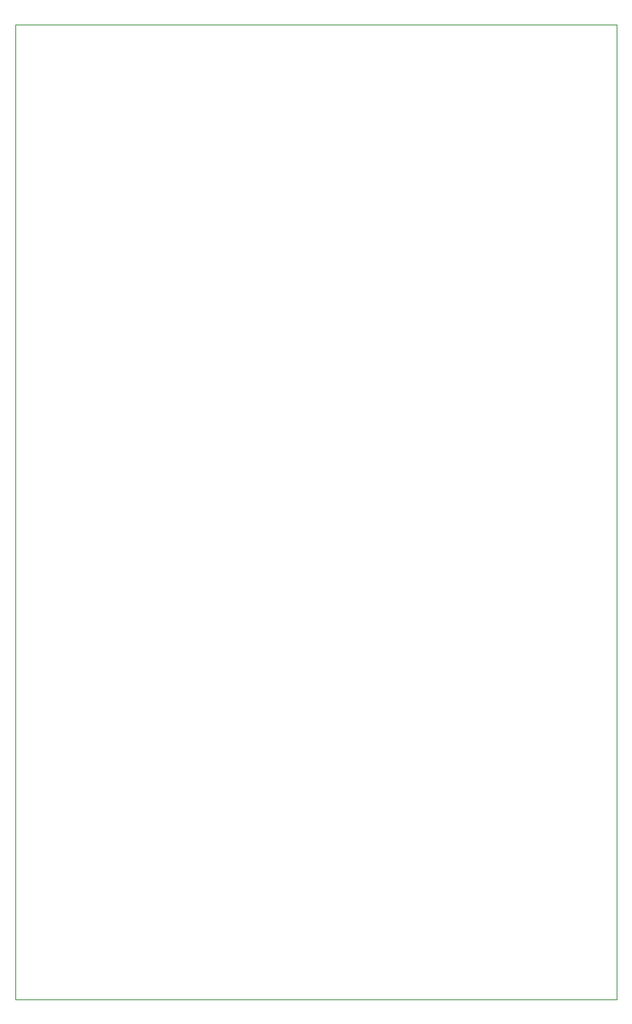
<source format=gbr>
%TF.GenerationSoftware,KiCad,Pcbnew,(5.1.6)-1*%
%TF.CreationDate,2021-02-04T13:55:20-05:00*%
%TF.ProjectId,MKME Pico Breakout,4d4b4d45-2050-4696-936f-20427265616b,rev?*%
%TF.SameCoordinates,Original*%
%TF.FileFunction,Profile,NP*%
%FSLAX46Y46*%
G04 Gerber Fmt 4.6, Leading zero omitted, Abs format (unit mm)*
G04 Created by KiCad (PCBNEW (5.1.6)-1) date 2021-02-04 13:55:20*
%MOMM*%
%LPD*%
G01*
G04 APERTURE LIST*
%TA.AperFunction,Profile*%
%ADD10C,0.050000*%
%TD*%
G04 APERTURE END LIST*
D10*
X116840000Y-137922000D02*
X116840000Y-30480000D01*
X183134000Y-137922000D02*
X116840000Y-137922000D01*
X183134000Y-30480000D02*
X183134000Y-137922000D01*
X116840000Y-30480000D02*
X183134000Y-30480000D01*
M02*

</source>
